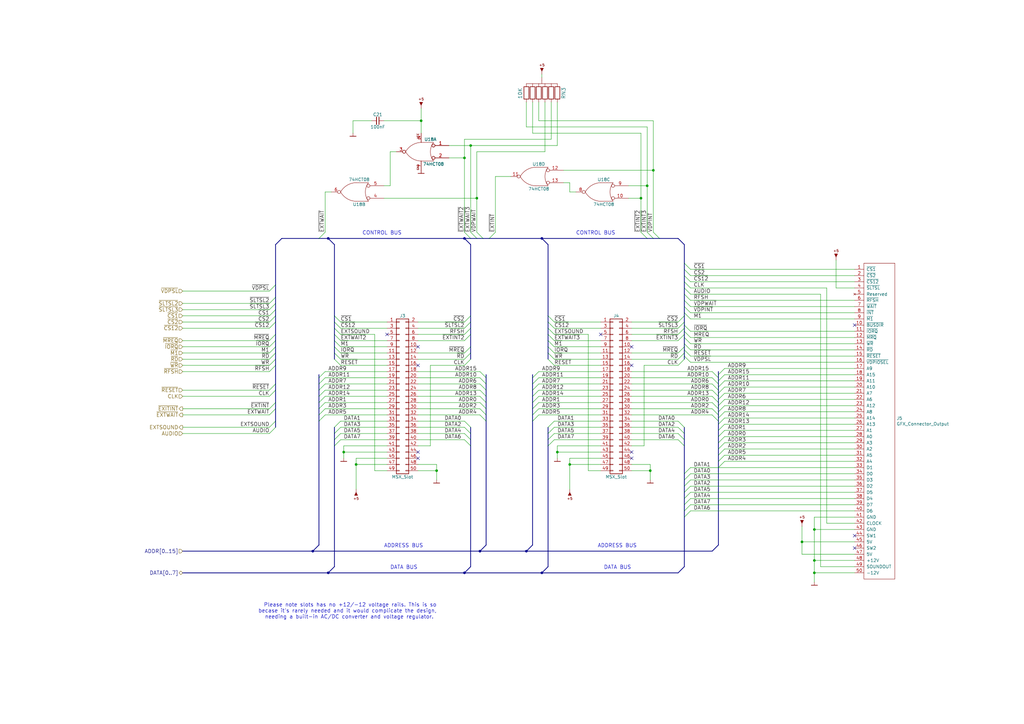
<source format=kicad_sch>
(kicad_sch (version 20211123) (generator eeschema)
  (paper "A3")
  (lib_symbols
    (symbol "artemisa:74HCT08" (pin_names (offset 0.762) hide)
      (property "Reference" "U" (at -7.62 6.35 0))
      (property "Value" "74HCT08" (at -7.62 -5.08 0))
      (symbol "74HCT08_1_0"
        (text "GND" (at 1.27 -6.35 900) (effects (font (size 0.762 0.762))))
        (text "VCC" (at 1.27 7.62 900) (effects (font (size 0.762 0.762)) (justify right)))
        (pin power_in line (at 0 7.62 270) (length 3.81) (name "VCC") (number "14"))
        (pin power_in line (at 0 -7.62 90) (length 3.81) (name "GND") (number "7"))
      )
      (symbol "74HCT08_1_1"
        (pin input line (at -11.43 2.54 0) (length 6.2992) (name "~") (number "1"))
        (pin input line (at -11.43 -2.54 0) (length 6.2992) (name "~") (number "2"))
        (pin output line (at 10.16 0 180) (length 5.1054) (name "~") (number "3"))
      )
      (symbol "74HCT08_1_2"
        (pin input inverted (at -11.43 2.54 0) (length 7.0104) (name "~") (number "1"))
        (pin input inverted (at -11.43 -2.54 0) (length 7.0104) (name "~") (number "2"))
        (pin output inverted (at 10.16 0 180) (length 3.81) (name "~") (number "3"))
      )
      (symbol "74HCT08_2_1"
        (pin power_in line (at -2.54 3.81 90) (length 0) hide (name "VCC") (number "14"))
        (pin input line (at -11.43 2.54 0) (length 6.2992) (name "~") (number "4"))
        (pin input line (at -11.43 -2.54 0) (length 6.2992) (name "~") (number "5"))
        (pin output line (at 10.16 0 180) (length 5.1054) (name "~") (number "6"))
        (pin power_in line (at -2.54 -3.81 90) (length 0) hide (name "GND") (number "7"))
      )
      (symbol "74HCT08_2_2"
        (pin input inverted (at -11.43 2.54 0) (length 7.0104) (name "~") (number "4"))
        (pin input inverted (at -11.43 -2.54 0) (length 7.0104) (name "~") (number "5"))
        (pin output inverted (at 10.16 0 180) (length 3.81) (name "~") (number "6"))
      )
      (symbol "74HCT08_3_1"
        (pin input line (at -11.43 -2.54 0) (length 6.2992) (name "~") (number "10"))
        (pin power_in line (at -2.54 3.81 90) (length 0) hide (name "VCC") (number "14"))
        (pin power_in line (at -2.54 -3.81 90) (length 0) hide (name "GND") (number "7"))
        (pin output line (at 10.16 0 180) (length 5.1054) (name "~") (number "8"))
        (pin input line (at -11.43 2.54 0) (length 6.2992) (name "~") (number "9"))
      )
      (symbol "74HCT08_3_2"
        (pin input inverted (at -11.43 -2.54 0) (length 7.0104) (name "~") (number "10"))
        (pin output inverted (at 10.16 0 180) (length 3.81) (name "~") (number "8"))
        (pin input inverted (at -11.43 2.54 0) (length 7.0104) (name "~") (number "9"))
      )
      (symbol "74HCT08_4_1"
        (pin output line (at 10.16 0 180) (length 5.1054) (name "~") (number "11"))
        (pin input line (at -11.43 2.54 0) (length 6.2992) (name "~") (number "12"))
        (pin input line (at -11.43 -2.54 0) (length 6.2992) (name "~") (number "13"))
        (pin power_in line (at -2.54 3.81 90) (length 0) hide (name "VCC") (number "14"))
        (pin power_in line (at -2.54 -3.81 90) (length 0) hide (name "GND") (number "7"))
      )
      (symbol "74HCT08_4_2"
        (pin output inverted (at 10.16 0 180) (length 3.81) (name "~") (number "11"))
        (pin input inverted (at -11.43 2.54 0) (length 7.0104) (name "~") (number "12"))
        (pin input inverted (at -11.43 -2.54 0) (length 7.0104) (name "~") (number "13"))
      )
    )
    (symbol "artemisa:Cap" (pin_numbers hide) (pin_names (offset 0.254) hide)
      (property "Reference" "C" (at 0.254 1.778 0))
      (property "Value" "Cap" (at 0.254 -2.032 0))
      (symbol "Cap_1_1"
        (pin passive line (at 0 2.54 270) (length 2.032) (name "~") (number "1"))
        (pin passive line (at 0 -2.54 90) (length 2.032) (name "~") (number "2"))
      )
    )
    (symbol "artemisa:GFX_Connector_Output" (pin_names (offset 1.016))
      (property "Reference" "J" (at 0 69.85 0))
      (property "Value" "GFX_Connector_Output" (at -8.89 5.08 90))
      (symbol "GFX_Connector_Output_1_1"
        (pin input line (at 10.16 66.04 180) (length 3.81) (name "~{CS1}") (number "1"))
        (pin output line (at 10.16 43.18 180) (length 3.81) (name "~{BUSDIR}") (number "10"))
        (pin input line (at 10.16 40.64 180) (length 3.81) (name "~{IORQ}") (number "11"))
        (pin input line (at 10.16 38.1 180) (length 3.81) (name "~{MRQ}") (number "12"))
        (pin input line (at 10.16 35.56 180) (length 3.81) (name "~{WR}") (number "13"))
        (pin input line (at 10.16 33.02 180) (length 3.81) (name "~{RD}") (number "14"))
        (pin input line (at 10.16 30.48 180) (length 3.81) (name "~{RESET}") (number "15"))
        (pin input line (at 10.16 27.94 180) (length 3.81) (name "~{VDPIOSEL}") (number "16"))
        (pin input line (at 10.16 25.4 180) (length 3.81) (name "A9") (number "17"))
        (pin input line (at 10.16 22.86 180) (length 3.81) (name "A15") (number "18"))
        (pin input line (at 10.16 20.32 180) (length 3.81) (name "A11") (number "19"))
        (pin input line (at 10.16 63.5 180) (length 3.81) (name "~{CS2}") (number "2"))
        (pin input line (at 10.16 17.78 180) (length 3.81) (name "A10") (number "20"))
        (pin input line (at 10.16 15.24 180) (length 3.81) (name "A7") (number "21"))
        (pin input line (at 10.16 12.7 180) (length 3.81) (name "A6") (number "22"))
        (pin input line (at 10.16 10.16 180) (length 3.81) (name "A12") (number "23"))
        (pin input line (at 10.16 7.62 180) (length 3.81) (name "A8") (number "24"))
        (pin input line (at 10.16 5.08 180) (length 3.81) (name "A14") (number "25"))
        (pin input line (at 10.16 2.54 180) (length 3.81) (name "A13") (number "26"))
        (pin input line (at 10.16 0 180) (length 3.81) (name "A1") (number "27"))
        (pin input line (at 10.16 -2.54 180) (length 3.81) (name "A0") (number "28"))
        (pin input line (at 10.16 -5.08 180) (length 3.81) (name "A3") (number "29"))
        (pin input line (at 10.16 60.96 180) (length 3.81) (name "~{CS12}") (number "3"))
        (pin input line (at 10.16 -7.62 180) (length 3.81) (name "A2") (number "30"))
        (pin input line (at 10.16 -10.16 180) (length 3.81) (name "A5") (number "31"))
        (pin input line (at 10.16 -12.7 180) (length 3.81) (name "A4") (number "32"))
        (pin bidirectional line (at 10.16 -15.24 180) (length 3.81) (name "D1") (number "33"))
        (pin bidirectional line (at 10.16 -17.78 180) (length 3.81) (name "D0") (number "34"))
        (pin bidirectional line (at 10.16 -20.32 180) (length 3.81) (name "D3") (number "35"))
        (pin bidirectional line (at 10.16 -22.86 180) (length 3.81) (name "D2") (number "36"))
        (pin bidirectional line (at 10.16 -25.4 180) (length 3.81) (name "D5") (number "37"))
        (pin bidirectional line (at 10.16 -27.94 180) (length 3.81) (name "D4") (number "38"))
        (pin bidirectional line (at 10.16 -30.48 180) (length 3.81) (name "D7") (number "39"))
        (pin input line (at 10.16 58.42 180) (length 3.81) (name "~{SLTSL}") (number "4"))
        (pin bidirectional line (at 10.16 -33.02 180) (length 3.81) (name "D6") (number "40"))
        (pin power_in line (at 10.16 -35.56 180) (length 3.81) (name "GND") (number "41"))
        (pin input line (at 10.16 -38.1 180) (length 3.81) (name "CLOCK") (number "42"))
        (pin power_in line (at 10.16 -40.64 180) (length 3.81) (name "GND") (number "43"))
        (pin passive line (at 10.16 -43.18 180) (length 3.81) (name "SW1") (number "44"))
        (pin power_in line (at 10.16 -45.72 180) (length 3.81) (name "5V") (number "45"))
        (pin passive line (at 10.16 -48.26 180) (length 3.81) (name "SW2") (number "46"))
        (pin power_in line (at 10.16 -50.8 180) (length 3.81) (name "5V") (number "47"))
        (pin power_in line (at 10.16 -53.34 180) (length 3.81) (name "+12V") (number "48"))
        (pin input line (at 10.16 -55.88 180) (length 3.81) (name "SOUNDOUT") (number "49"))
        (pin no_connect line (at 10.16 55.88 180) (length 3.81) (name "Reserved") (number "5"))
        (pin power_in line (at 10.16 -58.42 180) (length 3.81) (name "-12V") (number "50"))
        (pin input line (at 10.16 53.34 180) (length 3.81) (name "~{RFSH}") (number "6"))
        (pin output line (at 10.16 50.8 180) (length 3.81) (name "~{WAIT}") (number "7"))
        (pin output line (at 10.16 48.26 180) (length 3.81) (name "~{INT}") (number "8"))
        (pin input line (at 10.16 45.72 180) (length 3.81) (name "~{M1}") (number "9"))
      )
    )
    (symbol "artemisa:GND" (power) (pin_numbers hide) (pin_names (offset 0) hide)
      (symbol "GND_1_1"
        (pin power_in line (at 0 0 270) (length 1.27) (name "GND") (number "~"))
      )
    )
    (symbol "artemisa:MSX_Slot" (pin_names (offset 1.016) hide)
      (property "Reference" "J" (at 1.27 33.02 0))
      (property "Value" "MSX_Slot" (at 1.27 -33.02 0))
      (symbol "MSX_Slot_1_1"
        (pin passive line (at -5.08 30.48 0) (length 3.81) (name "Pin_1") (number "1"))
        (pin passive line (at 7.62 20.32 180) (length 3.81) (name "Pin_10") (number "10"))
        (pin passive line (at -5.08 17.78 0) (length 3.81) (name "Pin_11") (number "11"))
        (pin passive line (at 7.62 17.78 180) (length 3.81) (name "Pin_12") (number "12"))
        (pin passive line (at -5.08 15.24 0) (length 3.81) (name "Pin_13") (number "13"))
        (pin passive line (at 7.62 15.24 180) (length 3.81) (name "Pin_14") (number "14"))
        (pin passive line (at -5.08 12.7 0) (length 3.81) (name "Pin_15") (number "15"))
        (pin passive line (at 7.62 12.7 180) (length 3.81) (name "Pin_16") (number "16"))
        (pin passive line (at -5.08 10.16 0) (length 3.81) (name "Pin_17") (number "17"))
        (pin passive line (at 7.62 10.16 180) (length 3.81) (name "Pin_18") (number "18"))
        (pin passive line (at -5.08 7.62 0) (length 3.81) (name "Pin_19") (number "19"))
        (pin passive line (at 7.62 30.48 180) (length 3.81) (name "Pin_2") (number "2"))
        (pin passive line (at 7.62 7.62 180) (length 3.81) (name "Pin_20") (number "20"))
        (pin passive line (at -5.08 5.08 0) (length 3.81) (name "Pin_21") (number "21"))
        (pin passive line (at 7.62 5.08 180) (length 3.81) (name "Pin_22") (number "22"))
        (pin passive line (at -5.08 2.54 0) (length 3.81) (name "Pin_23") (number "23"))
        (pin passive line (at 7.62 2.54 180) (length 3.81) (name "Pin_24") (number "24"))
        (pin passive line (at -5.08 0 0) (length 3.81) (name "Pin_25") (number "25"))
        (pin passive line (at 7.62 0 180) (length 3.81) (name "Pin_26") (number "26"))
        (pin passive line (at -5.08 -2.54 0) (length 3.81) (name "Pin_27") (number "27"))
        (pin passive line (at 7.62 -2.54 180) (length 3.81) (name "Pin_28") (number "28"))
        (pin passive line (at -5.08 -5.08 0) (length 3.81) (name "Pin_29") (number "29"))
        (pin passive line (at -5.08 27.94 0) (length 3.81) (name "Pin_3") (number "3"))
        (pin passive line (at 7.62 -5.08 180) (length 3.81) (name "Pin_30") (number "30"))
        (pin passive line (at -5.08 -7.62 0) (length 3.81) (name "Pin_31") (number "31"))
        (pin passive line (at 7.62 -7.62 180) (length 3.81) (name "Pin_32") (number "32"))
        (pin passive line (at -5.08 -10.16 0) (length 3.81) (name "Pin_33") (number "33"))
        (pin passive line (at 7.62 -10.16 180) (length 3.81) (name "Pin_34") (number "34"))
        (pin passive line (at -5.08 -12.7 0) (length 3.81) (name "Pin_35") (number "35"))
        (pin passive line (at 7.62 -12.7 180) (length 3.81) (name "Pin_36") (number "36"))
        (pin passive line (at -5.08 -15.24 0) (length 3.81) (name "Pin_37") (number "37"))
        (pin passive line (at 7.62 -15.24 180) (length 3.81) (name "Pin_38") (number "38"))
        (pin passive line (at -5.08 -17.78 0) (length 3.81) (name "Pin_39") (number "39"))
        (pin passive line (at 7.62 27.94 180) (length 3.81) (name "Pin_4") (number "4"))
        (pin passive line (at 7.62 -17.78 180) (length 3.81) (name "Pin_40") (number "40"))
        (pin passive line (at -5.08 -20.32 0) (length 3.81) (name "Pin_41") (number "41"))
        (pin passive line (at 7.62 -20.32 180) (length 3.81) (name "Pin_42") (number "42"))
        (pin passive line (at -5.08 -22.86 0) (length 3.81) (name "Pin_43") (number "43"))
        (pin passive line (at 7.62 -22.86 180) (length 3.81) (name "Pin_44") (number "44"))
        (pin passive line (at -5.08 -25.4 0) (length 3.81) (name "Pin_45") (number "45"))
        (pin passive line (at 7.62 -25.4 180) (length 3.81) (name "Pin_46") (number "46"))
        (pin passive line (at -5.08 -27.94 0) (length 3.81) (name "Pin_47") (number "47"))
        (pin passive line (at 7.62 -27.94 180) (length 3.81) (name "Pin_48") (number "48"))
        (pin passive line (at -5.08 -30.48 0) (length 3.81) (name "Pin_49") (number "49"))
        (pin passive line (at -5.08 25.4 0) (length 3.81) (name "Pin_5") (number "5"))
        (pin passive line (at 7.62 -30.48 180) (length 3.81) (name "Pin_50") (number "50"))
        (pin passive line (at 7.62 25.4 180) (length 3.81) (name "Pin_6") (number "6"))
        (pin passive line (at -5.08 22.86 0) (length 3.81) (name "Pin_7") (number "7"))
        (pin passive line (at 7.62 22.86 180) (length 3.81) (name "Pin_8") (number "8"))
        (pin passive line (at -5.08 20.32 0) (length 3.81) (name "Pin_9") (number "9"))
      )
    )
    (symbol "artemisa:RN6" (pin_numbers hide) (pin_names (offset 1.016) hide)
      (property "Reference" "RN" (at 7.62 5.08 0))
      (property "Value" "RN6" (at -6.35 5.08 0))
      (symbol "RN6_1_1"
        (pin passive line (at 0 6.35 270) (length 1.27) (name "~") (number "1"))
        (pin passive line (at -6.35 -3.81 90) (length 1.27) (name "~") (number "2"))
        (pin passive line (at -3.81 -3.81 90) (length 1.27) (name "~") (number "3"))
        (pin passive line (at -1.27 -3.81 90) (length 1.27) (name "~") (number "4"))
        (pin passive line (at 1.27 -3.81 90) (length 1.27) (name "~") (number "5"))
        (pin passive line (at 3.81 -3.81 90) (length 1.27) (name "~") (number "6"))
        (pin passive line (at 6.35 -3.81 90) (length 1.27) (name "~") (number "7"))
      )
      (symbol "RN6_1_2"
        (pin passive line (at -8.89 -3.81 90) (length 1.27) (name "~") (number "1"))
        (pin passive line (at -6.35 -3.81 90) (length 1.27) (name "~") (number "2"))
        (pin passive line (at -3.81 -3.81 90) (length 1.27) (name "~") (number "3"))
        (pin passive line (at -1.27 -3.81 90) (length 1.27) (name "~") (number "4"))
        (pin passive line (at 1.27 -3.81 90) (length 1.27) (name "~") (number "5"))
        (pin passive line (at 3.81 -3.81 90) (length 1.27) (name "~") (number "6"))
        (pin passive line (at 6.35 -3.81 90) (length 1.27) (name "~") (number "7"))
      )
    )
    (symbol "artemisa:VCC" (power) (pin_numbers hide) (pin_names (offset 0) hide)
      (symbol "VCC_0_0"
        (text "+5" (at 0 3.81 0) (effects (font (size 1.016 1.016))))
      )
      (symbol "VCC_1_1"
        (pin power_in line (at 0 0 90) (length 1.27) (name "~") (number "~"))
      )
    )
  )
  (junction (at 222.25 97.79))
  (junction (at 334.01 234.95))
  (junction (at 215.9 226.06))
  (junction (at 190.5 234.95))
  (junction (at 196.85 226.06))
  (junction (at 228.6 185.42))
  (junction (at 233.68 190.5))
  (junction (at 193.04 59.69))
  (junction (at 267.97 69.85))
  (junction (at 190.5 64.77))
  (junction (at 179.07 193.04))
  (junction (at 265.43 76.2))
  (junction (at 262.89 81.28))
  (junction (at 195.58 81.28))
  (junction (at 128.27 226.06))
  (junction (at 334.01 217.17))
  (junction (at 222.25 234.95))
  (junction (at 134.62 97.79))
  (junction (at 334.01 229.87))
  (junction (at 134.62 234.95))
  (junction (at 172.72 49.53))
  (junction (at 190.5 97.79))
  (junction (at 328.93 222.25))
  (junction (at 146.05 190.5))
  (junction (at 266.7 193.04))
  (junction (at 140.97 185.42))
  (no_connect (at 246.38 137.16))
  (no_connect (at 171.45 185.42))
  (no_connect (at 259.08 142.24))
  (no_connect (at 350.52 219.71))
  (no_connect (at 171.45 187.96))
  (no_connect (at 259.08 185.42))
  (no_connect (at 350.52 224.79))
  (no_connect (at 350.52 133.35))
  (no_connect (at 259.08 149.86))
  (no_connect (at 171.45 149.86))
  (no_connect (at 259.08 187.96))
  (no_connect (at 158.75 137.16))
  (no_connect (at 171.45 142.24))
  (bus_entry (at 262.89 95.25) (size 2.54 2.54))
  (bus_entry (at 113.03 139.7) (size -2.54 2.54))
  (bus_entry (at 113.03 157.48) (size -2.54 2.54))
  (bus_entry (at 280.67 144.78) (size -2.54 2.54))
  (bus_entry (at 224.79 132.08) (size 2.54 2.54))
  (bus_entry (at 137.16 139.7) (size 2.54 2.54))
  (bus_entry (at 220.98 152.4) (size -2.54 2.54))
  (bus_entry (at 190.5 175.26) (size 2.54 2.54))
  (bus_entry (at 113.03 121.92) (size -2.54 2.54))
  (bus_entry (at 196.85 167.64) (size 2.54 2.54))
  (bus_entry (at 220.98 160.02) (size -2.54 2.54))
  (bus_entry (at 292.1 162.56) (size 2.54 2.54))
  (bus_entry (at 292.1 154.94) (size 2.54 2.54))
  (bus_entry (at 297.18 168.91) (size -2.54 2.54))
  (bus_entry (at 220.98 162.56) (size -2.54 2.54))
  (bus_entry (at 227.33 180.34) (size -2.54 2.54))
  (bus_entry (at 292.1 152.4) (size 2.54 2.54))
  (bus_entry (at 297.18 173.99) (size -2.54 2.54))
  (bus_entry (at 133.35 162.56) (size -2.54 2.54))
  (bus_entry (at 190.5 172.72) (size 2.54 2.54))
  (bus_entry (at 297.18 171.45) (size -2.54 2.54))
  (bus_entry (at 137.16 129.54) (size 2.54 2.54))
  (bus_entry (at 193.04 137.16) (size -2.54 2.54))
  (bus_entry (at 133.35 165.1) (size -2.54 2.54))
  (bus_entry (at 280.67 147.32) (size -2.54 2.54))
  (bus_entry (at 292.1 170.18) (size 2.54 2.54))
  (bus_entry (at 113.03 175.26) (size -2.54 2.54))
  (bus_entry (at 220.98 167.64) (size -2.54 2.54))
  (bus_entry (at 278.13 175.26) (size 2.54 2.54))
  (bus_entry (at 196.85 162.56) (size 2.54 2.54))
  (bus_entry (at 200.66 97.79) (size 2.54 -2.54))
  (bus_entry (at 280.67 129.54) (size -2.54 2.54))
  (bus_entry (at 297.18 153.67) (size -2.54 2.54))
  (bus_entry (at 280.67 142.24) (size -2.54 2.54))
  (bus_entry (at 297.18 166.37) (size -2.54 2.54))
  (bus_entry (at 224.79 129.54) (size 2.54 2.54))
  (bus_entry (at 227.33 172.72) (size -2.54 2.54))
  (bus_entry (at 133.35 167.64) (size -2.54 2.54))
  (bus_entry (at 297.18 158.75) (size -2.54 2.54))
  (bus_entry (at 133.35 170.18) (size -2.54 2.54))
  (bus_entry (at 278.13 172.72) (size 2.54 2.54))
  (bus_entry (at 297.18 181.61) (size -2.54 2.54))
  (bus_entry (at 283.21 130.81) (size -2.54 -2.54))
  (bus_entry (at 139.7 180.34) (size -2.54 2.54))
  (bus_entry (at 113.03 116.84) (size -2.54 2.54))
  (bus_entry (at 227.33 175.26) (size -2.54 2.54))
  (bus_entry (at 280.67 134.62) (size -2.54 2.54))
  (bus_entry (at 193.04 134.62) (size -2.54 2.54))
  (bus_entry (at 283.21 113.03) (size -2.54 -2.54))
  (bus_entry (at 283.21 191.77) (size -2.54 2.54))
  (bus_entry (at 292.1 160.02) (size 2.54 2.54))
  (bus_entry (at 196.85 170.18) (size 2.54 2.54))
  (bus_entry (at 139.7 175.26) (size -2.54 2.54))
  (bus_entry (at 113.03 172.72) (size -2.54 2.54))
  (bus_entry (at 283.21 199.39) (size -2.54 2.54))
  (bus_entry (at 193.04 142.24) (size -2.54 2.54))
  (bus_entry (at 193.04 132.08) (size -2.54 2.54))
  (bus_entry (at 133.35 157.48) (size -2.54 2.54))
  (bus_entry (at 113.03 144.78) (size -2.54 2.54))
  (bus_entry (at 193.04 147.32) (size -2.54 2.54))
  (bus_entry (at 193.04 95.25) (size 2.54 2.54))
  (bus_entry (at 265.43 95.25) (size 2.54 2.54))
  (bus_entry (at 280.67 118.11) (size 2.54 2.54))
  (bus_entry (at 137.16 137.16) (size 2.54 2.54))
  (bus_entry (at 224.79 134.62) (size 2.54 2.54))
  (bus_entry (at 133.35 152.4) (size -2.54 2.54))
  (bus_entry (at 113.03 132.08) (size -2.54 2.54))
  (bus_entry (at 280.67 115.57) (size 2.54 2.54))
  (bus_entry (at 196.85 160.02) (size 2.54 2.54))
  (bus_entry (at 224.79 137.16) (size 2.54 2.54))
  (bus_entry (at 133.35 154.94) (size -2.54 2.54))
  (bus_entry (at 113.03 142.24) (size -2.54 2.54))
  (bus_entry (at 130.81 97.79) (size 2.54 -2.54))
  (bus_entry (at 220.98 165.1) (size -2.54 2.54))
  (bus_entry (at 297.18 163.83) (size -2.54 2.54))
  (bus_entry (at 195.58 95.25) (size 2.54 2.54))
  (bus_entry (at 278.13 177.8) (size 2.54 2.54))
  (bus_entry (at 113.03 147.32) (size -2.54 2.54))
  (bus_entry (at 297.18 151.13) (size -2.54 2.54))
  (bus_entry (at 278.13 180.34) (size 2.54 2.54))
  (bus_entry (at 224.79 144.78) (size 2.54 2.54))
  (bus_entry (at 283.21 209.55) (size -2.54 2.54))
  (bus_entry (at 113.03 124.46) (size -2.54 2.54))
  (bus_entry (at 297.18 156.21) (size -2.54 2.54))
  (bus_entry (at 190.5 177.8) (size 2.54 2.54))
  (bus_entry (at 139.7 177.8) (size -2.54 2.54))
  (bus_entry (at 113.03 137.16) (size -2.54 2.54))
  (bus_entry (at 283.21 204.47) (size -2.54 2.54))
  (bus_entry (at 196.85 157.48) (size 2.54 2.54))
  (bus_entry (at 283.21 123.19) (size -2.54 -2.54))
  (bus_entry (at 193.04 144.78) (size -2.54 2.54))
  (bus_entry (at 283.21 115.57) (size -2.54 -2.54))
  (bus_entry (at 283.21 201.93) (size -2.54 2.54))
  (bus_entry (at 113.03 165.1) (size -2.54 2.54))
  (bus_entry (at 267.97 95.25) (size 2.54 2.54))
  (bus_entry (at 283.21 110.49) (size -2.54 -2.54))
  (bus_entry (at 297.18 179.07) (size -2.54 2.54))
  (bus_entry (at 283.21 194.31) (size -2.54 2.54))
  (bus_entry (at 283.21 207.01) (size -2.54 2.54))
  (bus_entry (at 193.04 129.54) (size -2.54 2.54))
  (bus_entry (at 292.1 165.1) (size 2.54 2.54))
  (bus_entry (at 113.03 127) (size -2.54 2.54))
  (bus_entry (at 133.35 160.02) (size -2.54 2.54))
  (bus_entry (at 139.7 172.72) (size -2.54 2.54))
  (bus_entry (at 196.85 152.4) (size 2.54 2.54))
  (bus_entry (at 196.85 165.1) (size 2.54 2.54))
  (bus_entry (at 113.03 149.86) (size -2.54 2.54))
  (bus_entry (at 224.79 147.32) (size 2.54 2.54))
  (bus_entry (at 283.21 148.59) (size -2.54 -2.54))
  (bus_entry (at 190.5 95.25) (size 2.54 2.54))
  (bus_entry (at 283.21 138.43) (size -2.54 -2.54))
  (bus_entry (at 224.79 139.7) (size 2.54 2.54))
  (bus_entry (at 297.18 186.69) (size -2.54 2.54))
  (bus_entry (at 137.16 142.24) (size 2.54 2.54))
  (bus_entry (at 190.5 180.34) (size 2.54 2.54))
  (bus_entry (at 297.18 189.23) (size -2.54 2.54))
  (bus_entry (at 113.03 160.02) (size -2.54 2.54))
  (bus_entry (at 283.21 146.05) (size -2.54 -2.54))
  (bus_entry (at 292.1 167.64) (size 2.54 2.54))
  (bus_entry (at 280.67 132.08) (size -2.54 2.54))
  (bus_entry (at 113.03 129.54) (size -2.54 2.54))
  (bus_entry (at 283.21 128.27) (size -2.54 -2.54))
  (bus_entry (at 297.18 176.53) (size -2.54 2.54))
  (bus_entry (at 137.16 147.32) (size 2.54 2.54))
  (bus_entry (at 137.16 144.78) (size 2.54 2.54))
  (bus_entry (at 137.16 132.08) (size 2.54 2.54))
  (bus_entry (at 297.18 161.29) (size -2.54 2.54))
  (bus_entry (at 292.1 157.48) (size 2.54 2.54))
  (bus_entry (at 220.98 154.94) (size -2.54 2.54))
  (bus_entry (at 283.21 196.85) (size -2.54 2.54))
  (bus_entry (at 220.98 170.18) (size -2.54 2.54))
  (bus_entry (at 283.21 135.89) (size -2.54 -2.54))
  (bus_entry (at 283.21 143.51) (size -2.54 -2.54))
  (bus_entry (at 196.85 154.94) (size 2.54 2.54))
  (bus_entry (at 113.03 167.64) (size -2.54 2.54))
  (bus_entry (at 283.21 125.73) (size -2.54 -2.54))
  (bus_entry (at 220.98 157.48) (size -2.54 2.54))
  (bus_entry (at 224.79 142.24) (size 2.54 2.54))
  (bus_entry (at 297.18 184.15) (size -2.54 2.54))
  (bus_entry (at 280.67 137.16) (size -2.54 2.54))
  (bus_entry (at 137.16 134.62) (size 2.54 2.54))
  (bus_entry (at 283.21 140.97) (size -2.54 -2.54))
  (bus_entry (at 227.33 177.8) (size -2.54 2.54))
  (bus (pts (xy 115.57 97.79) (xy 130.81 97.79)))
  (bus (pts (xy 199.39 157.48) (xy 199.39 160.02)))
  (bus (pts (xy 137.16 139.7) (xy 137.16 142.24)))
  (bus (pts (xy 199.39 167.64) (xy 199.39 170.18)))
  (wire (pts (xy 133.35 152.4) (xy 158.75 152.4)))
  (wire (pts (xy 139.7 132.08) (xy 158.75 132.08)))
  (wire (pts (xy 233.68 78.74) (xy 233.68 74.93)))
  (wire (pts (xy 278.13 177.8) (xy 259.08 177.8)))
  (wire (pts (xy 203.2 72.39) (xy 203.2 95.25)))
  (bus (pts (xy 193.04 97.79) (xy 195.58 97.79)))
  (wire (pts (xy 196.85 157.48) (xy 171.45 157.48)))
  (bus (pts (xy 280.67 135.89) (xy 280.67 137.16)))
  (bus (pts (xy 224.79 177.8) (xy 224.79 180.34)))
  (wire (pts (xy 190.5 57.15) (xy 226.06 57.15)))
  (wire (pts (xy 241.3 137.16) (xy 241.3 193.04)))
  (wire (pts (xy 233.68 187.96) (xy 233.68 190.5)))
  (bus (pts (xy 137.16 182.88) (xy 137.16 232.41)))
  (wire (pts (xy 350.52 125.73) (xy 283.21 125.73)))
  (wire (pts (xy 283.21 115.57) (xy 350.52 115.57)))
  (wire (pts (xy 158.75 182.88) (xy 140.97 182.88)))
  (wire (pts (xy 283.21 196.85) (xy 350.52 196.85)))
  (bus (pts (xy 280.67 204.47) (xy 280.67 207.01)))
  (wire (pts (xy 297.18 171.45) (xy 350.52 171.45)))
  (wire (pts (xy 176.53 182.88) (xy 171.45 182.88)))
  (bus (pts (xy 294.64 172.72) (xy 294.64 173.99)))
  (wire (pts (xy 283.21 204.47) (xy 350.52 204.47)))
  (wire (pts (xy 350.52 179.07) (xy 297.18 179.07)))
  (bus (pts (xy 222.25 234.95) (xy 278.13 234.95)))
  (wire (pts (xy 350.52 173.99) (xy 297.18 173.99)))
  (wire (pts (xy 160.02 62.23) (xy 160.02 76.2)))
  (bus (pts (xy 280.67 107.95) (xy 280.67 110.49)))
  (bus (pts (xy 218.44 160.02) (xy 218.44 162.56)))
  (bus (pts (xy 294.64 179.07) (xy 294.64 181.61)))
  (bus (pts (xy 130.81 97.79) (xy 134.62 97.79)))
  (wire (pts (xy 259.08 139.7) (xy 278.13 139.7)))
  (bus (pts (xy 280.67 196.85) (xy 280.67 199.39)))
  (bus (pts (xy 193.04 129.54) (xy 193.04 132.08)))
  (wire (pts (xy 146.05 187.96) (xy 146.05 190.5)))
  (bus (pts (xy 218.44 162.56) (xy 218.44 165.1)))
  (bus (pts (xy 224.79 129.54) (xy 224.79 132.08)))
  (wire (pts (xy 190.5 64.77) (xy 190.5 95.25)))
  (wire (pts (xy 176.53 149.86) (xy 176.53 182.88)))
  (wire (pts (xy 158.75 160.02) (xy 133.35 160.02)))
  (wire (pts (xy 74.93 139.7) (xy 110.49 139.7)))
  (wire (pts (xy 283.21 143.51) (xy 350.52 143.51)))
  (wire (pts (xy 193.04 59.69) (xy 193.04 95.25)))
  (wire (pts (xy 152.4 49.53) (xy 144.78 49.53)))
  (bus (pts (xy 280.67 133.35) (xy 280.67 134.62)))
  (wire (pts (xy 328.93 227.33) (xy 350.52 227.33)))
  (bus (pts (xy 280.67 144.78) (xy 280.67 146.05)))
  (wire (pts (xy 283.21 199.39) (xy 350.52 199.39)))
  (bus (pts (xy 130.81 160.02) (xy 130.81 162.56)))
  (wire (pts (xy 139.7 177.8) (xy 158.75 177.8)))
  (wire (pts (xy 220.98 162.56) (xy 246.38 162.56)))
  (bus (pts (xy 294.64 153.67) (xy 294.64 154.94)))
  (wire (pts (xy 339.09 214.63) (xy 350.52 214.63)))
  (bus (pts (xy 130.81 157.48) (xy 130.81 160.02)))
  (wire (pts (xy 350.52 189.23) (xy 297.18 189.23)))
  (bus (pts (xy 130.81 172.72) (xy 130.81 223.52)))
  (bus (pts (xy 280.67 138.43) (xy 280.67 140.97)))
  (bus (pts (xy 113.03 172.72) (xy 113.03 175.26)))
  (bus (pts (xy 199.39 172.72) (xy 199.39 223.52)))
  (bus (pts (xy 137.16 232.41) (xy 134.62 234.95)))
  (bus (pts (xy 294.64 152.4) (xy 294.64 153.67)))
  (bus (pts (xy 199.39 165.1) (xy 199.39 167.64)))
  (wire (pts (xy 157.48 49.53) (xy 172.72 49.53)))
  (wire (pts (xy 171.45 160.02) (xy 196.85 160.02)))
  (bus (pts (xy 218.44 167.64) (xy 218.44 170.18)))
  (wire (pts (xy 215.9 52.07) (xy 215.9 41.91)))
  (wire (pts (xy 158.75 147.32) (xy 139.7 147.32)))
  (bus (pts (xy 137.16 132.08) (xy 137.16 134.62)))
  (wire (pts (xy 283.21 110.49) (xy 350.52 110.49)))
  (wire (pts (xy 139.7 137.16) (xy 153.67 137.16)))
  (wire (pts (xy 172.72 44.45) (xy 172.72 49.53)))
  (wire (pts (xy 283.21 191.77) (xy 294.64 191.77)))
  (wire (pts (xy 297.18 156.21) (xy 350.52 156.21)))
  (wire (pts (xy 292.1 152.4) (xy 259.08 152.4)))
  (wire (pts (xy 246.38 170.18) (xy 220.98 170.18)))
  (bus (pts (xy 190.5 97.79) (xy 193.04 100.33)))
  (wire (pts (xy 227.33 139.7) (xy 246.38 139.7)))
  (wire (pts (xy 110.49 147.32) (xy 74.93 147.32)))
  (wire (pts (xy 334.01 234.95) (xy 334.01 238.76)))
  (bus (pts (xy 294.64 223.52) (xy 292.1 226.06)))
  (bus (pts (xy 193.04 180.34) (xy 193.04 182.88)))
  (bus (pts (xy 196.85 226.06) (xy 215.9 226.06)))
  (bus (pts (xy 280.67 175.26) (xy 280.67 177.8)))
  (bus (pts (xy 137.16 175.26) (xy 137.16 177.8)))
  (wire (pts (xy 190.5 147.32) (xy 171.45 147.32)))
  (wire (pts (xy 158.75 185.42) (xy 140.97 185.42)))
  (wire (pts (xy 196.85 152.4) (xy 171.45 152.4)))
  (wire (pts (xy 133.35 162.56) (xy 158.75 162.56)))
  (wire (pts (xy 278.13 172.72) (xy 259.08 172.72)))
  (wire (pts (xy 220.98 49.53) (xy 267.97 49.53)))
  (bus (pts (xy 137.16 137.16) (xy 137.16 139.7)))
  (bus (pts (xy 280.67 143.51) (xy 280.67 144.78)))
  (bus (pts (xy 294.64 163.83) (xy 294.64 165.1)))
  (wire (pts (xy 171.45 134.62) (xy 190.5 134.62)))
  (wire (pts (xy 259.08 144.78) (xy 278.13 144.78)))
  (wire (pts (xy 133.35 78.74) (xy 135.89 78.74)))
  (wire (pts (xy 227.33 137.16) (xy 241.3 137.16)))
  (bus (pts (xy 278.13 97.79) (xy 280.67 100.33)))
  (wire (pts (xy 218.44 54.61) (xy 262.89 54.61)))
  (bus (pts (xy 294.64 157.48) (xy 294.64 158.75)))
  (bus (pts (xy 193.04 134.62) (xy 193.04 137.16)))
  (bus (pts (xy 294.64 181.61) (xy 294.64 184.15)))
  (wire (pts (xy 262.89 54.61) (xy 262.89 81.28)))
  (bus (pts (xy 280.67 110.49) (xy 280.67 113.03)))
  (bus (pts (xy 280.67 182.88) (xy 280.67 194.31)))
  (wire (pts (xy 218.44 54.61) (xy 218.44 41.91)))
  (bus (pts (xy 280.67 199.39) (xy 280.67 201.93)))
  (bus (pts (xy 280.67 212.09) (xy 280.67 232.41)))
  (wire (pts (xy 144.78 49.53) (xy 144.78 54.61)))
  (bus (pts (xy 113.03 127) (xy 113.03 129.54)))
  (bus (pts (xy 130.81 223.52) (xy 128.27 226.06)))
  (bus (pts (xy 294.64 156.21) (xy 294.64 157.48)))
  (wire (pts (xy 278.13 137.16) (xy 259.08 137.16)))
  (wire (pts (xy 110.49 142.24) (xy 74.93 142.24)))
  (bus (pts (xy 137.16 144.78) (xy 137.16 147.32)))
  (wire (pts (xy 350.52 168.91) (xy 297.18 168.91)))
  (bus (pts (xy 113.03 147.32) (xy 113.03 149.86)))
  (bus (pts (xy 215.9 226.06) (xy 292.1 226.06)))
  (bus (pts (xy 193.04 100.33) (xy 193.04 129.54)))
  (bus (pts (xy 113.03 129.54) (xy 113.03 132.08)))
  (wire (pts (xy 265.43 52.07) (xy 265.43 76.2)))
  (wire (pts (xy 246.38 187.96) (xy 233.68 187.96)))
  (bus (pts (xy 280.67 146.05) (xy 280.67 147.32)))
  (wire (pts (xy 266.7 190.5) (xy 266.7 193.04)))
  (wire (pts (xy 139.7 144.78) (xy 158.75 144.78)))
  (wire (pts (xy 292.1 157.48) (xy 259.08 157.48)))
  (wire (pts (xy 171.45 154.94) (xy 196.85 154.94)))
  (wire (pts (xy 350.52 135.89) (xy 283.21 135.89)))
  (bus (pts (xy 280.67 118.11) (xy 280.67 120.65)))
  (bus (pts (xy 224.79 142.24) (xy 224.79 144.78)))
  (bus (pts (xy 224.79 139.7) (xy 224.79 142.24)))
  (wire (pts (xy 153.67 193.04) (xy 158.75 193.04)))
  (bus (pts (xy 130.81 167.64) (xy 130.81 170.18)))
  (wire (pts (xy 228.6 182.88) (xy 228.6 185.42)))
  (bus (pts (xy 199.39 223.52) (xy 196.85 226.06)))
  (bus (pts (xy 280.67 123.19) (xy 280.67 125.73)))
  (wire (pts (xy 158.75 190.5) (xy 146.05 190.5)))
  (bus (pts (xy 222.25 97.79) (xy 224.79 100.33)))
  (wire (pts (xy 171.45 190.5) (xy 179.07 190.5)))
  (bus (pts (xy 280.67 120.65) (xy 280.67 123.19)))
  (wire (pts (xy 278.13 132.08) (xy 259.08 132.08)))
  (bus (pts (xy 280.67 140.97) (xy 280.67 142.24)))
  (bus (pts (xy 280.67 129.54) (xy 280.67 132.08)))
  (wire (pts (xy 176.53 149.86) (xy 190.5 149.86)))
  (bus (pts (xy 115.57 97.79) (xy 113.03 100.33)))
  (bus (pts (xy 280.67 180.34) (xy 280.67 182.88)))
  (wire (pts (xy 350.52 207.01) (xy 283.21 207.01)))
  (wire (pts (xy 158.75 165.1) (xy 133.35 165.1)))
  (wire (pts (xy 195.58 62.23) (xy 223.52 62.23)))
  (bus (pts (xy 294.64 167.64) (xy 294.64 168.91)))
  (wire (pts (xy 257.81 76.2) (xy 265.43 76.2)))
  (bus (pts (xy 224.79 180.34) (xy 224.79 182.88)))
  (wire (pts (xy 227.33 172.72) (xy 246.38 172.72)))
  (bus (pts (xy 113.03 157.48) (xy 113.03 160.02)))
  (wire (pts (xy 228.6 59.69) (xy 228.6 41.91)))
  (wire (pts (xy 246.38 175.26) (xy 227.33 175.26)))
  (wire (pts (xy 328.93 222.25) (xy 328.93 227.33)))
  (wire (pts (xy 350.52 153.67) (xy 297.18 153.67)))
  (wire (pts (xy 233.68 74.93) (xy 231.14 74.93)))
  (wire (pts (xy 160.02 76.2) (xy 157.48 76.2)))
  (wire (pts (xy 74.93 119.38) (xy 110.49 119.38)))
  (bus (pts (xy 294.64 165.1) (xy 294.64 166.37)))
  (wire (pts (xy 259.08 193.04) (xy 266.7 193.04)))
  (wire (pts (xy 350.52 163.83) (xy 297.18 163.83)))
  (bus (pts (xy 224.79 134.62) (xy 224.79 137.16)))
  (wire (pts (xy 297.18 186.69) (xy 350.52 186.69)))
  (wire (pts (xy 246.38 185.42) (xy 228.6 185.42)))
  (bus (pts (xy 199.39 154.94) (xy 199.39 157.48)))
  (bus (pts (xy 294.64 170.18) (xy 294.64 171.45)))
  (wire (pts (xy 233.68 190.5) (xy 233.68 200.66)))
  (wire (pts (xy 209.55 72.39) (xy 203.2 72.39)))
  (wire (pts (xy 74.93 167.64) (xy 110.49 167.64)))
  (wire (pts (xy 110.49 129.54) (xy 74.93 129.54)))
  (bus (pts (xy 222.25 97.79) (xy 265.43 97.79)))
  (wire (pts (xy 259.08 160.02) (xy 292.1 160.02)))
  (wire (pts (xy 133.35 78.74) (xy 133.35 95.25)))
  (bus (pts (xy 113.03 124.46) (xy 113.03 127)))
  (wire (pts (xy 283.21 123.19) (xy 350.52 123.19)))
  (wire (pts (xy 350.52 212.09) (xy 334.01 212.09)))
  (wire (pts (xy 267.97 69.85) (xy 267.97 95.25)))
  (bus (pts (xy 280.67 113.03) (xy 280.67 115.57)))
  (bus (pts (xy 218.44 170.18) (xy 218.44 172.72)))
  (bus (pts (xy 74.93 226.06) (xy 128.27 226.06)))
  (bus (pts (xy 218.44 223.52) (xy 215.9 226.06)))
  (bus (pts (xy 113.03 142.24) (xy 113.03 144.78)))
  (wire (pts (xy 74.93 127) (xy 110.49 127)))
  (wire (pts (xy 133.35 167.64) (xy 158.75 167.64)))
  (bus (pts (xy 280.67 100.33) (xy 280.67 107.95)))
  (bus (pts (xy 130.81 162.56) (xy 130.81 165.1)))
  (bus (pts (xy 199.39 153.67) (xy 199.39 154.94)))
  (bus (pts (xy 198.12 97.79) (xy 200.66 97.79)))
  (wire (pts (xy 339.09 214.63) (xy 339.09 118.11)))
  (wire (pts (xy 257.81 81.28) (xy 262.89 81.28)))
  (bus (pts (xy 134.62 97.79) (xy 190.5 97.79)))
  (wire (pts (xy 264.16 182.88) (xy 259.08 182.88)))
  (wire (pts (xy 336.55 232.41) (xy 336.55 120.65)))
  (bus (pts (xy 199.39 162.56) (xy 199.39 165.1)))
  (bus (pts (xy 137.16 129.54) (xy 137.16 132.08)))
  (wire (pts (xy 267.97 49.53) (xy 267.97 69.85)))
  (wire (pts (xy 140.97 185.42) (xy 140.97 187.96)))
  (bus (pts (xy 280.67 209.55) (xy 280.67 212.09)))
  (bus (pts (xy 294.64 173.99) (xy 294.64 176.53)))
  (bus (pts (xy 294.64 171.45) (xy 294.64 172.72)))
  (wire (pts (xy 350.52 234.95) (xy 334.01 234.95)))
  (wire (pts (xy 334.01 217.17) (xy 334.01 229.87)))
  (wire (pts (xy 74.93 149.86) (xy 110.49 149.86)))
  (wire (pts (xy 246.38 160.02) (xy 220.98 160.02)))
  (bus (pts (xy 224.79 175.26) (xy 224.79 177.8)))
  (bus (pts (xy 224.79 100.33) (xy 224.79 129.54)))
  (bus (pts (xy 193.04 132.08) (xy 193.04 134.62)))
  (wire (pts (xy 264.16 149.86) (xy 278.13 149.86)))
  (wire (pts (xy 350.52 158.75) (xy 297.18 158.75)))
  (wire (pts (xy 278.13 147.32) (xy 259.08 147.32)))
  (wire (pts (xy 196.85 162.56) (xy 171.45 162.56)))
  (wire (pts (xy 74.93 144.78) (xy 110.49 144.78)))
  (wire (pts (xy 139.7 149.86) (xy 158.75 149.86)))
  (wire (pts (xy 190.5 172.72) (xy 171.45 172.72)))
  (wire (pts (xy 227.33 144.78) (xy 246.38 144.78)))
  (wire (pts (xy 350.52 146.05) (xy 283.21 146.05)))
  (bus (pts (xy 113.03 132.08) (xy 113.03 137.16)))
  (wire (pts (xy 294.64 191.77) (xy 350.52 191.77)))
  (wire (pts (xy 339.09 118.11) (xy 283.21 118.11)))
  (wire (pts (xy 283.21 148.59) (xy 350.52 148.59)))
  (bus (pts (xy 294.64 186.69) (xy 294.64 189.23)))
  (bus (pts (xy 193.04 182.88) (xy 193.04 232.41)))
  (wire (pts (xy 220.98 157.48) (xy 246.38 157.48)))
  (wire (pts (xy 259.08 134.62) (xy 278.13 134.62)))
  (wire (pts (xy 139.7 139.7) (xy 158.75 139.7)))
  (bus (pts (xy 200.66 97.79) (xy 222.25 97.79)))
  (wire (pts (xy 222.25 30.48) (xy 222.25 31.75)))
  (wire (pts (xy 215.9 52.07) (xy 265.43 52.07)))
  (bus (pts (xy 280.67 177.8) (xy 280.67 180.34)))
  (bus (pts (xy 134.62 97.79) (xy 137.16 100.33)))
  (wire (pts (xy 350.52 209.55) (xy 283.21 209.55)))
  (bus (pts (xy 267.97 97.79) (xy 270.51 97.79)))
  (wire (pts (xy 74.93 162.56) (xy 110.49 162.56)))
  (wire (pts (xy 259.08 170.18) (xy 292.1 170.18)))
  (wire (pts (xy 246.38 165.1) (xy 220.98 165.1)))
  (wire (pts (xy 350.52 229.87) (xy 334.01 229.87)))
  (wire (pts (xy 350.52 113.03) (xy 283.21 113.03)))
  (bus (pts (xy 280.67 201.93) (xy 280.67 204.47)))
  (bus (pts (xy 193.04 137.16) (xy 193.04 142.24)))
  (wire (pts (xy 110.49 175.26) (xy 74.93 175.26)))
  (bus (pts (xy 137.16 180.34) (xy 137.16 182.88)))
  (bus (pts (xy 294.64 191.77) (xy 294.64 223.52)))
  (bus (pts (xy 294.64 168.91) (xy 294.64 170.18)))
  (bus (pts (xy 294.64 162.56) (xy 294.64 163.83)))
  (bus (pts (xy 193.04 177.8) (xy 193.04 180.34)))
  (bus (pts (xy 270.51 97.79) (xy 278.13 97.79)))
  (bus (pts (xy 280.67 132.08) (xy 280.67 133.35)))
  (wire (pts (xy 236.22 78.74) (xy 233.68 78.74)))
  (wire (pts (xy 297.18 166.37) (xy 350.52 166.37)))
  (wire (pts (xy 158.75 154.94) (xy 133.35 154.94)))
  (bus (pts (xy 137.16 100.33) (xy 137.16 129.54)))
  (wire (pts (xy 179.07 193.04) (xy 179.07 196.85)))
  (wire (pts (xy 223.52 62.23) (xy 223.52 41.91)))
  (wire (pts (xy 171.45 180.34) (xy 190.5 180.34)))
  (wire (pts (xy 297.18 161.29) (xy 350.52 161.29)))
  (bus (pts (xy 113.03 139.7) (xy 113.03 142.24)))
  (wire (pts (xy 195.58 62.23) (xy 195.58 81.28)))
  (wire (pts (xy 297.18 181.61) (xy 350.52 181.61)))
  (wire (pts (xy 158.75 134.62) (xy 139.7 134.62)))
  (bus (pts (xy 199.39 160.02) (xy 199.39 162.56)))
  (bus (pts (xy 113.03 167.64) (xy 113.03 172.72)))
  (wire (pts (xy 227.33 149.86) (xy 246.38 149.86)))
  (bus (pts (xy 280.67 142.24) (xy 280.67 143.51)))
  (bus (pts (xy 280.67 125.73) (xy 280.67 128.27)))
  (bus (pts (xy 113.03 137.16) (xy 113.03 139.7)))
  (wire (pts (xy 226.06 57.15) (xy 226.06 41.91)))
  (bus (pts (xy 280.67 137.16) (xy 280.67 138.43)))
  (bus (pts (xy 113.03 116.84) (xy 113.03 121.92)))
  (wire (pts (xy 350.52 130.81) (xy 283.21 130.81)))
  (wire (pts (xy 171.45 193.04) (xy 179.07 193.04)))
  (wire (pts (xy 246.38 147.32) (xy 227.33 147.32)))
  (wire (pts (xy 195.58 81.28) (xy 195.58 95.25)))
  (wire (pts (xy 74.93 160.02) (xy 110.49 160.02)))
  (wire (pts (xy 190.5 132.08) (xy 171.45 132.08)))
  (wire (pts (xy 259.08 175.26) (xy 278.13 175.26)))
  (wire (pts (xy 74.93 124.46) (xy 110.49 124.46)))
  (wire (pts (xy 246.38 154.94) (xy 220.98 154.94)))
  (wire (pts (xy 196.85 167.64) (xy 171.45 167.64)))
  (bus (pts (xy 190.5 97.79) (xy 193.04 97.79)))
  (wire (pts (xy 350.52 194.31) (xy 283.21 194.31)))
  (bus (pts (xy 113.03 121.92) (xy 113.03 124.46)))
  (bus (pts (xy 294.64 160.02) (xy 294.64 161.29)))
  (wire (pts (xy 259.08 154.94) (xy 292.1 154.94)))
  (wire (pts (xy 246.38 190.5) (xy 233.68 190.5)))
  (bus (pts (xy 280.67 115.57) (xy 280.67 118.11)))
  (wire (pts (xy 342.9 106.68) (xy 342.9 118.11)))
  (bus (pts (xy 193.04 175.26) (xy 193.04 177.8)))
  (wire (pts (xy 158.75 175.26) (xy 139.7 175.26)))
  (bus (pts (xy 195.58 97.79) (xy 198.12 97.79)))
  (wire (pts (xy 110.49 132.08) (xy 74.93 132.08)))
  (bus (pts (xy 113.03 165.1) (xy 113.03 167.64)))
  (wire (pts (xy 283.21 138.43) (xy 350.52 138.43)))
  (bus (pts (xy 130.81 165.1) (xy 130.81 167.64)))
  (bus (pts (xy 193.04 142.24) (xy 193.04 144.78)))
  (bus (pts (xy 280.67 207.01) (xy 280.67 209.55)))
  (wire (pts (xy 292.1 162.56) (xy 259.08 162.56)))
  (bus (pts (xy 193.04 232.41) (xy 190.5 234.95)))
  (wire (pts (xy 297.18 151.13) (xy 350.52 151.13)))
  (bus (pts (xy 224.79 182.88) (xy 224.79 232.41)))
  (wire (pts (xy 171.45 175.26) (xy 190.5 175.26)))
  (wire (pts (xy 246.38 180.34) (xy 227.33 180.34)))
  (bus (pts (xy 294.64 176.53) (xy 294.64 179.07)))
  (bus (pts (xy 294.64 161.29) (xy 294.64 162.56)))
  (wire (pts (xy 110.49 152.4) (xy 74.93 152.4)))
  (bus (pts (xy 137.16 134.62) (xy 137.16 137.16)))
  (bus (pts (xy 113.03 100.33) (xy 113.03 116.84)))
  (wire (pts (xy 264.16 149.86) (xy 264.16 182.88)))
  (wire (pts (xy 342.9 118.11) (xy 350.52 118.11)))
  (bus (pts (xy 137.16 177.8) (xy 137.16 180.34)))
  (wire (pts (xy 190.5 57.15) (xy 190.5 64.77)))
  (wire (pts (xy 350.52 184.15) (xy 297.18 184.15)))
  (wire (pts (xy 153.67 137.16) (xy 153.67 193.04)))
  (wire (pts (xy 171.45 144.78) (xy 190.5 144.78)))
  (bus (pts (xy 218.44 165.1) (xy 218.44 167.64)))
  (wire (pts (xy 350.52 217.17) (xy 334.01 217.17)))
  (wire (pts (xy 350.52 201.93) (xy 283.21 201.93)))
  (wire (pts (xy 262.89 81.28) (xy 262.89 95.25)))
  (bus (pts (xy 280.67 128.27) (xy 280.67 129.54)))
  (bus (pts (xy 130.81 170.18) (xy 130.81 172.72)))
  (bus (pts (xy 193.04 144.78) (xy 193.04 147.32)))
  (bus (pts (xy 280.67 194.31) (xy 280.67 196.85)))
  (wire (pts (xy 110.49 177.8) (xy 74.93 177.8)))
  (wire (pts (xy 334.01 212.09) (xy 334.01 217.17)))
  (wire (pts (xy 158.75 180.34) (xy 139.7 180.34)))
  (wire (pts (xy 158.75 187.96) (xy 146.05 187.96)))
  (wire (pts (xy 171.45 170.18) (xy 196.85 170.18)))
  (wire (pts (xy 74.93 170.18) (xy 110.49 170.18)))
  (wire (pts (xy 157.48 81.28) (xy 195.58 81.28)))
  (wire (pts (xy 227.33 132.08) (xy 246.38 132.08)))
  (wire (pts (xy 74.93 134.62) (xy 110.49 134.62)))
  (wire (pts (xy 228.6 185.42) (xy 228.6 187.96)))
  (wire (pts (xy 184.15 64.77) (xy 190.5 64.77)))
  (wire (pts (xy 190.5 137.16) (xy 171.45 137.16)))
  (wire (pts (xy 350.52 140.97) (xy 283.21 140.97)))
  (wire (pts (xy 158.75 170.18) (xy 133.35 170.18)))
  (wire (pts (xy 328.93 222.25) (xy 350.52 222.25)))
  (wire (pts (xy 220.98 152.4) (xy 246.38 152.4)))
  (wire (pts (xy 231.14 69.85) (xy 267.97 69.85)))
  (bus (pts (xy 280.67 134.62) (xy 280.67 135.89)))
  (wire (pts (xy 259.08 180.34) (xy 278.13 180.34)))
  (wire (pts (xy 172.72 49.53) (xy 172.72 54.61)))
  (wire (pts (xy 259.08 190.5) (xy 266.7 190.5)))
  (wire (pts (xy 292.1 167.64) (xy 259.08 167.64)))
  (bus (pts (xy 294.64 184.15) (xy 294.64 186.69)))
  (wire (pts (xy 297.18 176.53) (xy 350.52 176.53)))
  (bus (pts (xy 218.44 153.67) (xy 218.44 154.94)))
  (bus (pts (xy 128.27 226.06) (xy 196.85 226.06)))
  (wire (pts (xy 246.38 142.24) (xy 227.33 142.24)))
  (wire (pts (xy 139.7 172.72) (xy 158.75 172.72)))
  (bus (pts (xy 294.64 158.75) (xy 294.64 160.02)))
  (bus (pts (xy 134.62 234.95) (xy 190.5 234.95)))
  (bus (pts (xy 224.79 232.41) (xy 222.25 234.95)))
  (wire (pts (xy 246.38 134.62) (xy 227.33 134.62)))
  (wire (pts (xy 283.21 128.27) (xy 350.52 128.27)))
  (wire (pts (xy 184.15 59.69) (xy 193.04 59.69)))
  (bus (pts (xy 294.64 166.37) (xy 294.64 167.64)))
  (wire (pts (xy 336.55 120.65) (xy 283.21 120.65)))
  (wire (pts (xy 334.01 229.87) (xy 334.01 234.95)))
  (bus (pts (xy 224.79 144.78) (xy 224.79 147.32)))
  (wire (pts (xy 171.45 139.7) (xy 190.5 139.7)))
  (wire (pts (xy 158.75 142.24) (xy 139.7 142.24)))
  (wire (pts (xy 265.43 76.2) (xy 265.43 95.25)))
  (bus (pts (xy 130.81 154.94) (xy 130.81 157.48)))
  (bus (pts (xy 294.64 189.23) (xy 294.64 191.77)))
  (bus (pts (xy 113.03 144.78) (xy 113.03 147.32)))
  (wire (pts (xy 328.93 215.9) (xy 328.93 222.25)))
  (wire (pts (xy 266.7 193.04) (xy 266.7 196.85)))
  (wire (pts (xy 179.07 190.5) (xy 179.07 193.04)))
  (bus (pts (xy 218.44 172.72) (xy 218.44 223.52)))
  (wire (pts (xy 193.04 59.69) (xy 228.6 59.69)))
  (wire (pts (xy 227.33 177.8) (xy 246.38 177.8)))
  (wire (pts (xy 350.52 232.41) (xy 336.55 232.41)))
  (wire (pts (xy 259.08 165.1) (xy 292.1 165.1)))
  (bus (pts (xy 130.81 153.67) (xy 130.81 154.94)))
  (bus (pts (xy 218.44 157.48) (xy 218.44 160.02)))
  (wire (pts (xy 162.56 62.23) (xy 160.02 62.23)))
  (bus (pts (xy 224.79 137.16) (xy 224.79 139.7)))
  (bus (pts (xy 137.16 142.24) (xy 137.16 144.78)))
  (wire (pts (xy 220.98 167.64) (xy 246.38 167.64)))
  (wire (pts (xy 146.05 190.5) (xy 146.05 200.66)))
  (bus (pts (xy 113.03 149.86) (xy 113.03 157.48)))
  (bus (pts (xy 190.5 234.95) (xy 222.25 234.95)))
  (wire (pts (xy 171.45 165.1) (xy 196.85 165.1)))
  (bus (pts (xy 265.43 97.79) (xy 267.97 97.79)))
  (wire (pts (xy 246.38 182.88) (xy 228.6 182.88)))
  (wire (pts (xy 133.35 157.48) (xy 158.75 157.48)))
  (bus (pts (xy 294.64 154.94) (xy 294.64 156.21)))
  (bus (pts (xy 280.67 232.41) (xy 278.13 234.95)))
  (bus (pts (xy 113.03 160.02) (xy 113.03 165.1)))
  (wire (pts (xy 220.98 49.53) (xy 220.98 41.91)))
  (bus (pts (xy 74.93 234.95) (xy 134.62 234.95)))
  (wire (pts (xy 190.5 177.8) (xy 171.45 177.8)))
  (bus (pts (xy 218.44 154.94) (xy 218.44 157.48)))
  (bus (pts (xy 199.39 170.18) (xy 199.39 172.72)))
  (wire (pts (xy 241.3 193.04) (xy 246.38 193.04)))
  (wire (pts (xy 140.97 182.88) (xy 140.97 185.42)))
  (bus (pts (xy 224.79 132.08) (xy 224.79 134.62)))
  (text "ADDRESS BUS" (at 245.11 224.79 0) (effects (font (size 1.524 1.524)) (justify left bottom)))
  (text "DATA BUS" (at 160.02 233.68 0) (effects (font (size 1.524 1.524)) (justify left bottom)))
  (text "CONTROL BUS" (at 148.59 96.52 0) (effects (font (size 1.524 1.524)) (justify left bottom)))
  (text "ADDRESS BUS" (at 157.48 224.79 0) (effects (font (size 1.524 1.524)) (justify left bottom)))
  (text "CONTROL BUS" (at 236.22 96.52 0) (effects (font (size 1.524 1.524)) (justify left bottom)))
  (text "DATA BUS" (at 247.65 233.68 0) (effects (font (size 1.524 1.524)) (justify left bottom)))
  (text "Please note slots has no +12/-12 voltage rails. This is so\nbecase it's rarely needed and it would complicate the design,\nneeding a built-in AC/DC converter and voltage regulator. " (at 179.07 254 0) (effects (font (size 1.524 1.524)) (justify right bottom)))
  (label "CLK" (at 110.49 162.56 180) (effects (font (size 1.524 1.524))))
  (label "~{CS2}" (at 110.49 132.08 180) (effects (font (size 1.524 1.524))))
  (label "ADDR4" (at 298.45 189.23 0) (effects (font (size 1.524 1.524))))
  (label "ADDR1" (at 222.25 165.1 0) (effects (font (size 1.524 1.524))))
  (label "DATA3" (at 284.48 196.85 0) (effects (font (size 1.524 1.524))))
  (label "DATA6" (at 189.23 180.34 180) (effects (font (size 1.524 1.524))))
  (label "~{RESET}" (at 139.7 149.86 0) (effects (font (size 1.524 1.524))))
  (label "ADDR12" (at 222.25 160.02 0) (effects (font (size 1.524 1.524))))
  (label "AUDIO" (at 110.49 177.8 180) (effects (font (size 1.524 1.524))))
  (label "DATA1" (at 228.6 172.72 0) (effects (font (size 1.524 1.524))))
  (label "ADDR1" (at 134.62 165.1 0) (effects (font (size 1.524 1.524))))
  (label "EXTSOUND" (at 227.33 137.16 0) (effects (font (size 1.524 1.524))))
  (label "DATA6" (at 284.48 209.55 0) (effects (font (size 1.524 1.524))))
  (label "ADDR0" (at 195.58 165.1 180) (effects (font (size 1.524 1.524))))
  (label "~{RD}" (at 110.49 147.32 180) (effects (font (size 1.524 1.524))))
  (label "~{EXTINT2}" (at 262.89 95.25 90) (effects (font (size 1.524 1.524))))
  (label "DATA0" (at 276.86 172.72 180) (effects (font (size 1.524 1.524))))
  (label "ADDR9" (at 222.25 152.4 0) (effects (font (size 1.524 1.524))))
  (label "~{RFSH}" (at 284.48 123.19 0) (effects (font (size 1.524 1.524))))
  (label "ADDR0" (at 298.45 179.07 0) (effects (font (size 1.524 1.524))))
  (label "~{IORQ}" (at 139.7 144.78 0) (effects (font (size 1.524 1.524))))
  (label "~{CS2}" (at 284.48 113.03 0) (effects (font (size 1.524 1.524))))
  (label "AUDIO" (at 284.48 120.65 0) (effects (font (size 1.524 1.524))))
  (label "~{MREQ}" (at 190.5 144.78 180) (effects (font (size 1.524 1.524))))
  (label "ADDR15" (at 298.45 153.67 0) (effects (font (size 1.524 1.524))))
  (label "~{EXTINT2}" (at 190.5 139.7 180) (effects (font (size 1.524 1.524))))
  (label "ADDR4" (at 195.58 170.18 180) (effects (font (size 1.524 1.524))))
  (label "ADDR15" (at 290.83 152.4 180) (effects (font (size 1.524 1.524))))
  (label "~{EXTWAIT2}" (at 190.5 95.25 90) (effects (font (size 1.524 1.524))))
  (label "ADDR13" (at 195.58 162.56 180) (effects (font (size 1.524 1.524))))
  (label "ADDR10" (at 298.45 158.75 0) (effects (font (size 1.524 1.524))))
  (label "~{WR}" (at 139.7 147.32 0) (effects (font (size 1.524 1.524))))
  (label "~{RFSH}" (at 278.13 137.16 180) (effects (font (size 1.524 1.524))))
  (label "~{EXTWAIT3}" (at 193.04 95.25 90) (effects (font (size 1.524 1.524))))
  (label "DATA1" (at 284.48 191.77 0) (effects (font (size 1.524 1.524))))
  (label "ADDR13" (at 298.45 173.99 0) (effects (font (size 1.524 1.524))))
  (label "~{WR}" (at 110.49 149.86 180) (effects (font (size 1.524 1.524))))
  (label "ADDR13" (at 290.83 162.56 180) (effects (font (size 1.524 1.524))))
  (label "DATA3" (at 228.6 175.26 0) (effects (font (size 1.524 1.524))))
  (label "ADDR8" (at 195.58 160.02 180) (effects (font (size 1.524 1.524))))
  (label "~{EXTWAIT2}" (at 139.7 139.7 0) (effects (font (size 1.524 1.524))))
  (label "~{VDPSL}" (at 110.49 119.38 180) (effects (font (size 1.524 1.524))))
  (label "DATA4" (at 189.23 177.8 180) (effects (font (size 1.524 1.524))))
  (label "ADDR7" (at 222.25 157.48 0) (effects (font (size 1.524 1.524))))
  (label "DATA0" (at 189.23 172.72 180) (effects (font (size 1.524 1.524))))
  (label "ADDR3" (at 134.62 167.64 0) (effects (font (size 1.524 1.524))))
  (label "DATA2" (at 276.86 175.26 180) (effects (font (size 1.524 1.524))))
  (label "DATA4" (at 284.48 204.47 0) (effects (font (size 1.524 1.524))))
  (label "~{EXTINT3}" (at 278.13 139.7 180) (effects (font (size 1.524 1.524))))
  (label "ADDR9" (at 134.62 152.4 0) (effects (font (size 1.524 1.524))))
  (label "DATA3" (at 140.97 175.26 0) (effects (font (size 1.524 1.524))))
  (label "~{WR}" (at 227.33 147.32 0) (effects (font (size 1.524 1.524))))
  (label "~{VDPWAIT}" (at 195.58 95.25 90) (effects (font (size 1.524 1.524))))
  (label "~{IORQ}" (at 227.33 144.78 0) (effects (font (size 1.524 1.524))))
  (label "~{CS1}" (at 110.49 129.54 180) (effects (font (size 1.524 1.524))))
  (label "~{EXTWAIT3}" (at 227.33 139.7 0) (effects (font (size 1.524 1.524))))
  (label "~{RD}" (at 284.48 143.51 0) (effects (font (size 1.524 1.524))))
  (label "~{M1}" (at 110.49 144.78 180) (effects (font (size 1.524 1.524))))
  (label "ADDR14" (at 134.62 162.56 0) (effects (font (size 1.524 1.524))))
  (label "ADDR7" (at 134.62 157.48 0) (effects (font (size 1.524 1.524))))
  (label "~{M1}" (at 139.7 142.24 0) (effects (font (size 1.524 1.524))))
  (label "~{CS12}" (at 139.7 134.62 0) (effects (font (size 1.524 1.524))))
  (label "CLK" (at 190.5 149.86 180) (effects (font (size 1.524 1.524))))
  (label "ADDR15" (at 195.58 152.4 180) (effects (font (size 1.524 1.524))))
  (label "CLK" (at 284.48 118.11 0) (effects (font (size 1.524 1.524))))
  (label "~{CS12}" (at 284.48 115.57 0) (effects (font (size 1.524 1.524))))
  (label "~{VDPINT}" (at 267.97 95.25 90) (effects (font (size 1.524 1.524))))
  (label "~{CS2}" (at 190.5 132.08 180) (effects (font (size 1.524 1.524))))
  (label "~{IORQ}" (at 110.49 142.24 180) (effects (font (size 1.524 1.524))))
  (label "~{RESET}" (at 284.48 146.05 0) (effects (font (size 1.524 1.524))))
  (label "~{VDPSL}" (at 284.48 148.59 0) (effects (font (size 1.524 1.524))))
  (label "~{SLTSL3}" (at 110.49 127 180) (effects (font (size 1.524 1.524))))
  (label "~{CS1}" (at 139.7 132.08 0) (effects (font (size 1.524 1.524))))
  (label "ADDR6" (at 195.58 157.48 180) (effects (font (size 1.524 1.524))))
  (label "DATA1" (at 140.97 172.72 0) (effects (font (size 1.524 1.524))))
  (label "~{RD}" (at 278.13 147.32 180) (effects (font (size 1.524 1.524))))
  (label "ADDR12" (at 134.62 160.02 0) (effects (font (size 1.524 1.524))))
  (label "DATA0" (at 284.48 194.31 0) (effects (font (size 1.524 1.524))))
  (label "ADDR7" (at 298.45 161.29 0) (effects (font (size 1.524 1.524))))
  (label "~{CS1}" (at 227.33 132.08 0) (effects (font (size 1.524 1.524))))
  (label "ADDR4" (at 290.83 170.18 180) (effects (font (size 1.524 1.524))))
  (label "ADDR11" (at 134.62 154.94 0) (effects (font (size 1.524 1.524))))
  (label "~{MREQ}" (at 284.48 138.43 0) (effects (font (size 1.524 1.524))))
  (label "~{RESET}" (at 227.33 149.86 0) (effects (font (size 1.524 1.524))))
  (label "~{M1}" (at 227.33 142.24 0) (effects (font (size 1.524 1.524))))
  (label "~{SLTSL2}" (at 190.5 134.62 180) (effects (font (size 1.524 1.524))))
  (label "ADDR14" (at 298.45 171.45 0) (effects (font (size 1.524 1.524))))
  (label "~{VDPWAIT}" (at 284.48 125.73 0) (effects (font (size 1.524 1.524))))
  (label "ADDR3" (at 298.45 181.61 0) (effects (font (size 1.524 1.524))))
  (label "~{EXTINT}" (at 203.2 95.25 90) (effects (font (size 1.524 1.524))))
  (label "ADDR14" (at 222.25 162.56 0) (effects (font (size 1.524 1.524))))
  (label "ADDR9" (at 298.45 151.13 0) (effects (font (size 1.524 1.524))))
  (label "DATA5" (at 140.97 177.8 0) (effects (font (size 1.524 1.524))))
  (label "CLK" (at 278.13 149.86 180) (effects (font (size 1.524 1.524))))
  (label "ADDR1" (at 298.45 176.53 0) (effects (font (size 1.524 1.524))))
  (label "ADDR8" (at 290.83 160.02 180) (effects (font (size 1.524 1.524))))
  (label "ADDR11" (at 298.45 156.21 0) (effects (font (size 1.524 1.524))))
  (label "~{EXTWAIT}" (at 133.35 95.25 90) (effects (font (size 1.524 1.524))))
  (label "ADDR5" (at 298.45 186.69 0) (effects (font (size 1.524 1.524))))
  (label "DATA2" (at 284.48 199.39 0) (effects (font (size 1.524 1.524))))
  (label "ADDR2" (at 298.45 184.15 0) (effects (font (size 1.524 1.524))))
  (label "ADDR6" (at 290.83 157.48 180) (effects (font (size 1.524 1.524))))
  (label "DATA7" (at 140.97 180.34 0) (effects (font (size 1.524 1.524))))
  (label "ADDR0" (at 290.83 165.1 180) (effects (font (size 1.524 1.524))))
  (label "~{RESET}" (at 110.49 160.02 180) (effects (font (size 1.524 1.524))))
  (label "~{CS12}" (at 227.33 134.62 0) (effects (font (size 1.524 1.524))))
  (label "~{EXTINT}" (at 110.49 167.64 180) (effects (font (size 1.524 1.524))))
  (label "~{RFSH}" (at 190.5 137.16 180) (effects (font (size 1.524 1.524))))
  (label "ADDR12" (at 298.45 166.37 0) (effects (font (size 1.524 1.524))))
  (label "~{IORQ}" (at 284.48 135.89 0) (effects (font (size 1.524 1.524))))
  (label "~{RFSH}" (at 110.49 152.4 180) (effects (font (size 1.524 1.524))))
  (label "ADDR11" (at 222.25 154.94 0) (effects (font (size 1.524 1.524))))
  (label "ADDR10" (at 195.58 154.94 180) (effects (font (size 1.524 1.524))))
  (label "~{VDPINT}" (at 284.48 128.27 0) (effects (font (size 1.524 1.524))))
  (label "EXTSOUND" (at 139.7 137.16 0) (effects (font (size 1.524 1.524))))
  (label "DATA6" (at 276.86 180.34 180) (effects (font (size 1.524 1.524))))
  (label "ADDR10" (at 290.83 154.94 180) (effects (font (size 1.524 1.524))))
  (label "~{CS2}" (at 278.13 132.08 180) (effects (font (size 1.524 1.524))))
  (label "~{SLTSL3}" (at 278.13 134.62 180) (effects (font (size 1.524 1.524))))
  (label "~{SLTSL2}" (at 110.49 124.46 180) (effects (font (size 1.524 1.524))))
  (label "ADDR3" (at 222.25 167.64 0) (effects (font (size 1.524 1.524))))
  (label "~{EXTWAIT}" (at 110.49 170.18 180) (effects (font (size 1.524 1.524))))
  (label "DATA4" (at 276.86 177.8 180) (effects (font (size 1.524 1.524))))
  (label "DATA7" (at 284.48 207.01 0) (effects (font (size 1.524 1.524))))
  (label "~{WR}" (at 284.48 140.97 0) (effects (font (size 1.524 1.524))))
  (label "~{CS12}" (at 110.49 134.62 180) (effects (font (size 1.524 1.524))))
  (label "DATA7" (at 228.6 180.34 0) (effects (font (size 1.524 1.524))))
  (label "~{MREQ}" (at 110.49 139.7 180) (effects (font (size 1.524 1.524))))
  (label "~{M1}" (at 284.48 130.81 0) (effects (font (size 1.524 1.524))))
  (label "ADDR6" (at 298.45 163.83 0) (effects (font (size 1.524 1.524))))
  (label "ADDR2" (at 290.83 167.64 180) (effects (font (size 1.524 1.524))))
  (label "DATA5" (at 228.6 177.8 0) (effects (font (size 1.524 1.524))))
  (label "~{MREQ}" (at 278.13 144.78 180) (effects (font (size 1.524 1.524))))
  (label "~{EXTINT3}" (at 265.43 95.25 90) (effects (font (size 1.524 1.524))))
  (label "ADDR8" (at 298.45 168.91 0) (effects (font (size 1.524 1.524))))
  (label "~{RD}" (at 190.5 147.32 180) (effects (font (size 1.524 1.524))))
  (label "~{CS1}" (at 284.48 110.49 0) (effects (font (size 1.524 1.524))))
  (label "EXTSOUND" (at 110.49 175.26 180) (effects (font (size 1.524 1.524))))
  (label "ADDR5" (at 134.62 170.18 0) (effects (font (size 1.524 1.524))))
  (label "ADDR5" (at 222.25 170.18 0) (effects (font (size 1.524 1.524))))
  (label "DATA2" (at 189.23 175.26 180) (effects (font (size 1.524 1.524))))
  (label "DATA5" (at 284.48 201.93 0) (effects (font (size 1.524 1.524))))
  (label "ADDR2" (at 195.58 167.64 180) (effects (font (size 1.524 1.524))))
  (hierarchical_label "~{SLTSL2}" (shape input) (at 74.93 124.46 180) (effects (font (size 1.524 1.524))))
  (hierarchical_label "~{SLTSL3}" (shape input) (at 74.93 127 180) (effects (font (size 1.524 1.524))))
  (hierarchical_label "~{CS1}" (shape input) (at 74.93 129.54 180) (effects (font (size 1.524 1.524))))
  (hierarchical_label "~{VDPSL}" (shape input) (at 74.93 119.38 180) (effects (font (size 1.524 1.524))))
  (hierarchical_label "DATA[0..7]" (shape bidirectional) (at 74.93 234.95 180) (effects (font (size 1.524 1.524))))
  (hierarchical_label "AUDIO" (shape input) (at 74.93 177.8 180) (effects (font (size 1.524 1.524))))
  (hierarchical_label "~{CS2}" (shape input) (at 74.93 132.08 180) (effects (font (size 1.524 1.524))))
  (hierarchical_label "~{WR}" (shape input) (at 74.93 149.86 180) (effects (font (size 1.524 1.524))))
  (hierarchical_label "ADDR[0..15]" (shape input) (at 74.93 226.06 180) (effects (font (size 1.524 1.524))))
  (hierarchical_label "CLK" (shape input) (at 74.93 162.56 180) (effects (font (size 1.524 1.524))))
  (hierarchical_label "~{EXITINT}" (shape output) (at 74.93 167.64 180) (effects (font (size 1.524 1.524))))
  (hierarchical_label "~{IORQ}" (shape input) (at 74.93 142.24 180) (effects (font (size 1.524 1.524))))
  (hierarchical_label "~{RFSH}" (shape input) (at 74.93 152.4 180) (effects (font (size 1.524 1.524))))
  (hierarchical_label "EXTSOUND" (shape output) (at 74.93 175.26 180) (effects (font (size 1.524 1.524))))
  (hierarchical_label "~{MREQ}" (shape input) (at 74.93 139.7 180) (effects (font (size 1.524 1.524))))
  (hierarchical_label "~{M1}" (shape input) (at 74.93 144.78 180) (effects (font (size 1.524 1.524))))
  (hierarchical_label "~{CS12}" (shape input) (at 74.93 134.62 180) (effects (font (size 1.524 1.524))))
  (hierarchical_label "~{RESET}" (shape input) (at 74.93 160.02 180) (effects (font (size 1.524 1.524))))
  (hierarchical_label "~{RD}" (shape input) (at 74.93 147.32 180) (effects (font (size 1.524 1.524))))
  (hierarchical_label "~{EXTWAIT}" (shape output) (at 74.93 170.18 180) (effects (font (size 1.524 1.524))))
  (symbol (lib_id "artemisa:MSX_Slot") (at 163.83 162.56 0) (unit 1)
    (property "Reference" "J3" (at 165.1 129.54 0))
    (property "Value" "MSX_Slot" (at 165.1 195.58 0))
    (property "Footprint" "artemisa:Slot_conn" (effects hide))
  )
  (symbol (lib_id "artemisa:MSX_Slot") (at 251.46 162.56 0) (unit 1)
    (property "Reference" "J4" (at 252.73 129.54 0))
    (property "Value" "MSX_Slot" (at 252.73 195.58 0))
    (property "Footprint" "artemisa:Slot_conn" (effects hide))
  )
  (symbol (lib_id "artemisa:GFX_Connector_Output") (at 360.68 176.53 0) (mirror y) (unit 1)
    (property "Reference" "J5" (at 367.7158 171.5516 0) (effects (justify right)))
    (property "Value" "GFX_Connector_Output" (at 367.7158 173.863 0) (effects (justify right)))
    (property "Footprint" "artemisa:GFX_conn" (effects hide))
  )
  (symbol (lib_id "artemisa:VCC") (at 328.93 215.9 0) (unit 1)
    (property "Reference" "#PWR088" (effects hide))
    (property "Value" "VCC" (effects hide))
  )
  (symbol (lib_id "artemisa:GND") (at 334.01 238.76 0) (unit 1)
    (property "Reference" "#PWR089" (effects hide))
    (property "Value" "GND" (effects hide))
  )
  (symbol (lib_id "artemisa:GND") (at 266.7 196.85 0) (unit 1)
    (property "Reference" "#PWR085" (effects hide))
    (property "Value" "GND" (effects hide))
  )
  (symbol (lib_id "artemisa:VCC") (at 233.68 200.66 180) (unit 1)
    (property "Reference" "#PWR087" (effects hide))
    (property "Value" "VCC" (effects hide))
  )
  (symbol (lib_id "artemisa:GND") (at 228.6 187.96 0) (unit 1)
    (property "Reference" "#PWR083" (effects hide))
    (property "Value" "GND" (effects hide))
  )
  (symbol (lib_id "artemisa:GND") (at 179.07 196.85 0) (unit 1)
    (property "Reference" "#PWR084" (effects hide))
    (property "Value" "GND" (effects hide))
  )
  (symbol (lib_id "artemisa:VCC") (at 146.05 200.66 180) (unit 1)
    (property "Reference" "#PWR086" (effects hide))
    (property "Value" "VCC" (effects hide))
  )
  (symbol (lib_id "artemisa:GND") (at 140.97 187.96 0) (unit 1)
    (property "Reference" "#PWR082" (effects hide))
    (property "Value" "GND" (effects hide))
  )
  (symbol (lib_id "artemisa:VCC") (at 222.25 30.48 0) (unit 1)
    (property "Reference" "#PWR079" (effects hide))
    (property "Value" "VCC" (effects hide))
  )
  (symbol (lib_id "artemisa:RN6") (at 222.25 38.1 0) (unit 1)
    (property "Reference" "RN3" (at 231.14 40.64 90) (effects (font (size 1.524 1.524)) (justify left)))
    (property "Value" "10K" (at 213.36 40.64 90) (effects (font (size 1.524 1.524)) (justify left)))
    (property "Footprint" "artemisa:RN6" (effects hide))
  )
  (symbol (lib_id "artemisa:74HCT08") (at 172.72 62.23 0) (mirror y) (unit 1) (convert 2)
    (property "Reference" "U18" (at 176.53 57.15 0))
    (property "Value" "74HCT08" (at 177.8 67.31 0))
    (property "Footprint" "artemisa:DIP-14_300" (effects hide))
  )
  (symbol (lib_id "artemisa:74HCT08") (at 146.05 78.74 180) (unit 2) (convert 2)
    (property "Reference" "U18" (at 147.32 83.82 0))
    (property "Value" "74HCT08" (at 147.32 73.66 0))
    (property "Footprint" "artemisa:DIP-14_300" (effects hide))
  )
  (symbol (lib_id "artemisa:74HCT08") (at 246.38 78.74 0) (mirror y) (unit 3) (convert 2)
    (property "Reference" "U18" (at 247.65 73.66 0))
    (property "Value" "74HCT08" (at 247.65 83.82 0))
    (property "Footprint" "artemisa:DIP-14_300" (effects hide))
  )
  (symbol (lib_id "artemisa:74HCT08") (at 219.71 72.39 0) (mirror y) (unit 4) (convert 2)
    (property "Reference" "U18" (at 220.98 67.31 0))
    (property "Value" "74HCT08" (at 220.98 77.47 0))
    (property "Footprint" "artemisa:DIP-14_300" (effects hide))
  )
  (symbol (lib_id "artemisa:VCC") (at 342.9 106.68 0) (unit 1)
    (property "Reference" "#PWR081" (effects hide))
    (property "Value" "VCC" (effects hide))
  )
  (symbol (lib_id "artemisa:GND") (at 172.72 69.85 0) (unit 1)
    (property "Reference" "#PWR0164" (effects hide))
    (property "Value" "GND" (effects hide))
  )
  (symbol (lib_id "artemisa:VCC") (at 172.72 44.45 0) (unit 1)
    (property "Reference" "#PWR0165" (effects hide))
    (property "Value" "VCC" (effects hide))
  )
  (symbol (lib_id "artemisa:Cap") (at 154.94 49.53 270) (unit 1)
    (property "Reference" "C21" (at 154.94 46.99 90))
    (property "Value" "100nF" (at 154.94 52.07 90))
    (property "Footprint" "artemisa:Disc_capacitor" (effects hide))
  )
  (symbol (lib_id "artemisa:GND") (at 144.78 54.61 0) (unit 1)
    (property "Reference" "#PWR0178" (effects hide))
    (property "Value" "GND" (effects hide))
  )
)
</source>
